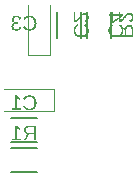
<source format=gbr>
G04 EAGLE Gerber RS-274X export*
G75*
%MOMM*%
%FSLAX34Y34*%
%LPD*%
%INSilkscreen Bottom*%
%IPPOS*%
%AMOC8*
5,1,8,0,0,1.08239X$1,22.5*%
G01*
G04 Define Apertures*
%ADD10C,0.127000*%
%ADD11C,0.120000*%
G36*
X131995Y270654D02*
X132438Y270690D01*
X132865Y270751D01*
X133276Y270836D01*
X133672Y270945D01*
X134052Y271078D01*
X134416Y271235D01*
X134764Y271417D01*
X135095Y271621D01*
X135405Y271846D01*
X135694Y272092D01*
X135964Y272359D01*
X136213Y272646D01*
X136442Y272954D01*
X136651Y273283D01*
X136840Y273633D01*
X137007Y274001D01*
X137152Y274386D01*
X137275Y274788D01*
X137375Y275206D01*
X137453Y275641D01*
X137509Y276092D01*
X137543Y276560D01*
X137554Y277044D01*
X137548Y277408D01*
X137529Y277762D01*
X137498Y278106D01*
X137454Y278440D01*
X137398Y278764D01*
X137330Y279078D01*
X137249Y279382D01*
X137155Y279676D01*
X137049Y279960D01*
X136931Y280234D01*
X136657Y280752D01*
X136333Y281231D01*
X135960Y281669D01*
X135542Y282061D01*
X135086Y282401D01*
X134844Y282551D01*
X134592Y282688D01*
X134330Y282812D01*
X134059Y282923D01*
X133778Y283022D01*
X133488Y283106D01*
X133188Y283178D01*
X132879Y283237D01*
X132560Y283283D01*
X132231Y283316D01*
X131893Y283335D01*
X131545Y283342D01*
X131063Y283330D01*
X130601Y283294D01*
X130159Y283233D01*
X129737Y283149D01*
X129335Y283041D01*
X128954Y282908D01*
X128593Y282752D01*
X128252Y282571D01*
X127932Y282367D01*
X127635Y282139D01*
X127359Y281888D01*
X127105Y281614D01*
X126873Y281317D01*
X126662Y280996D01*
X126474Y280652D01*
X126308Y280285D01*
X127893Y279759D01*
X128008Y280021D01*
X128140Y280266D01*
X128288Y280496D01*
X128453Y280710D01*
X128633Y280908D01*
X128830Y281090D01*
X129043Y281256D01*
X129273Y281406D01*
X129516Y281540D01*
X129770Y281655D01*
X130035Y281753D01*
X130312Y281833D01*
X130599Y281895D01*
X130898Y281940D01*
X131207Y281966D01*
X131528Y281975D01*
X132026Y281955D01*
X132496Y281893D01*
X132937Y281790D01*
X133350Y281646D01*
X133734Y281460D01*
X134090Y281234D01*
X134417Y280966D01*
X134716Y280657D01*
X134983Y280312D01*
X135214Y279937D01*
X135410Y279531D01*
X135570Y279095D01*
X135694Y278628D01*
X135783Y278131D01*
X135837Y277603D01*
X135855Y277044D01*
X135836Y276491D01*
X135780Y275966D01*
X135688Y275468D01*
X135558Y274998D01*
X135391Y274556D01*
X135187Y274142D01*
X134946Y273755D01*
X134668Y273396D01*
X134358Y273073D01*
X134022Y272793D01*
X133660Y272556D01*
X133272Y272362D01*
X132858Y272211D01*
X132417Y272103D01*
X131951Y272038D01*
X131458Y272017D01*
X131139Y272027D01*
X130830Y272057D01*
X130531Y272107D01*
X130242Y272177D01*
X129963Y272268D01*
X129694Y272378D01*
X129436Y272508D01*
X129187Y272658D01*
X128949Y272829D01*
X128720Y273019D01*
X128502Y273230D01*
X128293Y273460D01*
X128095Y273711D01*
X127907Y273982D01*
X127728Y274272D01*
X127560Y274583D01*
X126194Y273900D01*
X126394Y273513D01*
X126613Y273151D01*
X126852Y272812D01*
X127110Y272496D01*
X127388Y272205D01*
X127684Y271938D01*
X128000Y271694D01*
X128335Y271474D01*
X128687Y271279D01*
X129053Y271110D01*
X129432Y270967D01*
X129825Y270850D01*
X130232Y270759D01*
X130653Y270694D01*
X131088Y270655D01*
X131537Y270642D01*
X131995Y270654D01*
G37*
G36*
X124161Y272157D02*
X121016Y272157D01*
X121016Y281651D01*
X123802Y279663D01*
X123802Y281152D01*
X120885Y283158D01*
X119431Y283158D01*
X119431Y272157D01*
X116427Y272157D01*
X116427Y270817D01*
X124161Y270817D01*
X124161Y272157D01*
G37*
G36*
X175808Y332353D02*
X176162Y332371D01*
X176506Y332402D01*
X176840Y332446D01*
X177164Y332502D01*
X177478Y332570D01*
X177782Y332651D01*
X178076Y332745D01*
X178360Y332851D01*
X178634Y332969D01*
X179152Y333243D01*
X179631Y333567D01*
X180069Y333940D01*
X180461Y334358D01*
X180801Y334814D01*
X180951Y335056D01*
X181088Y335308D01*
X181212Y335570D01*
X181323Y335841D01*
X181422Y336122D01*
X181506Y336412D01*
X181578Y336712D01*
X181637Y337021D01*
X181683Y337340D01*
X181716Y337669D01*
X181735Y338007D01*
X181742Y338355D01*
X181730Y338837D01*
X181694Y339299D01*
X181633Y339742D01*
X181549Y340163D01*
X181441Y340565D01*
X181308Y340946D01*
X181152Y341307D01*
X180971Y341648D01*
X180767Y341968D01*
X180539Y342265D01*
X180288Y342541D01*
X180014Y342795D01*
X179717Y343027D01*
X179396Y343238D01*
X179052Y343426D01*
X178685Y343592D01*
X178159Y342007D01*
X178421Y341892D01*
X178666Y341760D01*
X178896Y341612D01*
X179110Y341448D01*
X179308Y341267D01*
X179490Y341070D01*
X179656Y340857D01*
X179806Y340627D01*
X179940Y340384D01*
X180055Y340130D01*
X180153Y339865D01*
X180233Y339589D01*
X180295Y339301D01*
X180340Y339003D01*
X180366Y338693D01*
X180375Y338372D01*
X180355Y337874D01*
X180293Y337404D01*
X180190Y336963D01*
X180046Y336550D01*
X179860Y336166D01*
X179634Y335810D01*
X179366Y335483D01*
X179057Y335184D01*
X178712Y334917D01*
X178337Y334686D01*
X177931Y334490D01*
X177495Y334330D01*
X177028Y334206D01*
X176531Y334117D01*
X176003Y334063D01*
X175444Y334045D01*
X174891Y334064D01*
X174366Y334120D01*
X173868Y334212D01*
X173398Y334342D01*
X172956Y334509D01*
X172542Y334713D01*
X172155Y334954D01*
X171796Y335232D01*
X171473Y335542D01*
X171193Y335878D01*
X170956Y336240D01*
X170762Y336628D01*
X170611Y337042D01*
X170503Y337483D01*
X170438Y337950D01*
X170417Y338442D01*
X170427Y338761D01*
X170457Y339070D01*
X170507Y339369D01*
X170577Y339658D01*
X170668Y339937D01*
X170778Y340206D01*
X170908Y340464D01*
X171058Y340713D01*
X171229Y340951D01*
X171419Y341180D01*
X171630Y341398D01*
X171860Y341607D01*
X172111Y341805D01*
X172382Y341993D01*
X172672Y342172D01*
X172983Y342340D01*
X172300Y343706D01*
X171913Y343506D01*
X171551Y343287D01*
X171212Y343048D01*
X170896Y342790D01*
X170605Y342512D01*
X170338Y342216D01*
X170094Y341900D01*
X169874Y341565D01*
X169679Y341213D01*
X169510Y340847D01*
X169367Y340468D01*
X169250Y340075D01*
X169159Y339668D01*
X169094Y339247D01*
X169055Y338812D01*
X169042Y338363D01*
X169054Y337905D01*
X169090Y337462D01*
X169151Y337035D01*
X169236Y336624D01*
X169345Y336228D01*
X169478Y335848D01*
X169635Y335484D01*
X169817Y335136D01*
X170021Y334806D01*
X170246Y334495D01*
X170492Y334206D01*
X170759Y333936D01*
X171046Y333687D01*
X171354Y333458D01*
X171683Y333249D01*
X172033Y333060D01*
X172401Y332893D01*
X172786Y332748D01*
X173188Y332625D01*
X173606Y332525D01*
X174041Y332447D01*
X174492Y332391D01*
X174960Y332357D01*
X175444Y332346D01*
X175808Y332353D01*
G37*
G36*
X170827Y345511D02*
X171294Y345771D01*
X171731Y346056D01*
X172138Y346365D01*
X172521Y346691D01*
X172885Y347026D01*
X173230Y347368D01*
X173557Y347719D01*
X174169Y348425D01*
X174735Y349124D01*
X175278Y349787D01*
X175821Y350381D01*
X176096Y350648D01*
X176377Y350888D01*
X176665Y351101D01*
X176960Y351288D01*
X177267Y351439D01*
X177595Y351547D01*
X177942Y351612D01*
X178308Y351634D01*
X178555Y351624D01*
X178788Y351597D01*
X179006Y351550D01*
X179210Y351485D01*
X179400Y351401D01*
X179576Y351299D01*
X179738Y351178D01*
X179885Y351038D01*
X180016Y350882D01*
X180130Y350711D01*
X180226Y350526D01*
X180305Y350327D01*
X180367Y350112D01*
X180410Y349884D01*
X180437Y349640D01*
X180445Y349383D01*
X180437Y349137D01*
X180411Y348901D01*
X180368Y348677D01*
X180309Y348464D01*
X180232Y348262D01*
X180138Y348071D01*
X180026Y347892D01*
X179898Y347723D01*
X179754Y347568D01*
X179597Y347430D01*
X179425Y347309D01*
X179240Y347205D01*
X179041Y347118D01*
X178828Y347047D01*
X178601Y346994D01*
X178361Y346957D01*
X178510Y345345D01*
X178870Y345403D01*
X179212Y345489D01*
X179535Y345604D01*
X179839Y345747D01*
X180124Y345918D01*
X180390Y346118D01*
X180637Y346346D01*
X180866Y346602D01*
X181071Y346882D01*
X181249Y347181D01*
X181400Y347500D01*
X181523Y347838D01*
X181619Y348195D01*
X181687Y348572D01*
X181728Y348968D01*
X181742Y349383D01*
X181728Y349836D01*
X181687Y350262D01*
X181618Y350661D01*
X181522Y351033D01*
X181398Y351378D01*
X181247Y351696D01*
X181068Y351987D01*
X180861Y352251D01*
X180630Y352486D01*
X180375Y352690D01*
X180097Y352862D01*
X179796Y353003D01*
X179472Y353113D01*
X179125Y353191D01*
X178754Y353238D01*
X178361Y353254D01*
X178002Y353234D01*
X177645Y353172D01*
X177289Y353069D01*
X176933Y352926D01*
X176579Y352741D01*
X176224Y352517D01*
X175869Y352253D01*
X175514Y351949D01*
X175111Y351551D01*
X174610Y351005D01*
X174012Y350312D01*
X173316Y349470D01*
X172914Y348992D01*
X172533Y348566D01*
X172172Y348191D01*
X171831Y347868D01*
X171504Y347591D01*
X171182Y347355D01*
X170867Y347161D01*
X170557Y347009D01*
X170557Y353447D01*
X169217Y353447D01*
X169217Y345275D01*
X170329Y345275D01*
X170827Y345511D01*
G37*
G36*
X131995Y338087D02*
X132438Y338123D01*
X132865Y338184D01*
X133276Y338269D01*
X133672Y338378D01*
X134052Y338511D01*
X134416Y338668D01*
X134764Y338850D01*
X135095Y339054D01*
X135405Y339279D01*
X135694Y339525D01*
X135964Y339792D01*
X136213Y340079D01*
X136442Y340387D01*
X136651Y340716D01*
X136840Y341066D01*
X137007Y341434D01*
X137152Y341819D01*
X137275Y342221D01*
X137375Y342639D01*
X137453Y343074D01*
X137509Y343525D01*
X137543Y343993D01*
X137554Y344477D01*
X137548Y344841D01*
X137529Y345195D01*
X137498Y345539D01*
X137454Y345873D01*
X137398Y346197D01*
X137330Y346511D01*
X137249Y346815D01*
X137155Y347109D01*
X137049Y347393D01*
X136931Y347667D01*
X136657Y348185D01*
X136333Y348664D01*
X135960Y349102D01*
X135542Y349494D01*
X135086Y349834D01*
X134844Y349984D01*
X134592Y350121D01*
X134330Y350245D01*
X134059Y350356D01*
X133778Y350455D01*
X133488Y350539D01*
X133188Y350611D01*
X132879Y350670D01*
X132560Y350716D01*
X132231Y350749D01*
X131893Y350768D01*
X131545Y350775D01*
X131063Y350763D01*
X130601Y350727D01*
X130159Y350666D01*
X129737Y350582D01*
X129335Y350474D01*
X128954Y350341D01*
X128593Y350185D01*
X128252Y350004D01*
X127932Y349800D01*
X127635Y349572D01*
X127359Y349321D01*
X127105Y349047D01*
X126873Y348750D01*
X126662Y348429D01*
X126474Y348085D01*
X126308Y347718D01*
X127893Y347192D01*
X128008Y347454D01*
X128140Y347699D01*
X128288Y347929D01*
X128453Y348143D01*
X128633Y348341D01*
X128830Y348523D01*
X129043Y348689D01*
X129273Y348839D01*
X129516Y348973D01*
X129770Y349088D01*
X130035Y349186D01*
X130312Y349266D01*
X130599Y349328D01*
X130898Y349373D01*
X131207Y349399D01*
X131528Y349408D01*
X132026Y349388D01*
X132496Y349326D01*
X132937Y349223D01*
X133350Y349079D01*
X133734Y348893D01*
X134090Y348667D01*
X134417Y348399D01*
X134716Y348090D01*
X134983Y347745D01*
X135214Y347370D01*
X135410Y346964D01*
X135570Y346528D01*
X135694Y346061D01*
X135783Y345564D01*
X135837Y345036D01*
X135855Y344477D01*
X135836Y343924D01*
X135780Y343399D01*
X135688Y342901D01*
X135558Y342431D01*
X135391Y341989D01*
X135187Y341575D01*
X134946Y341188D01*
X134668Y340829D01*
X134358Y340506D01*
X134022Y340226D01*
X133660Y339989D01*
X133272Y339795D01*
X132858Y339644D01*
X132417Y339536D01*
X131951Y339471D01*
X131458Y339450D01*
X131139Y339460D01*
X130830Y339490D01*
X130531Y339540D01*
X130242Y339610D01*
X129963Y339701D01*
X129694Y339811D01*
X129436Y339941D01*
X129187Y340091D01*
X128949Y340262D01*
X128720Y340452D01*
X128502Y340663D01*
X128293Y340893D01*
X128095Y341144D01*
X127907Y341415D01*
X127728Y341705D01*
X127560Y342016D01*
X126194Y341333D01*
X126394Y340946D01*
X126613Y340584D01*
X126852Y340245D01*
X127110Y339929D01*
X127388Y339638D01*
X127684Y339371D01*
X128000Y339127D01*
X128335Y338907D01*
X128687Y338712D01*
X129053Y338543D01*
X129432Y338400D01*
X129825Y338283D01*
X130232Y338192D01*
X130653Y338127D01*
X131088Y338088D01*
X131537Y338075D01*
X131995Y338087D01*
G37*
G36*
X120983Y338088D02*
X121416Y338128D01*
X121825Y338194D01*
X122211Y338286D01*
X122573Y338405D01*
X122911Y338550D01*
X123226Y338722D01*
X123517Y338920D01*
X123782Y339144D01*
X124019Y339393D01*
X124227Y339668D01*
X124407Y339968D01*
X124559Y340293D01*
X124682Y340644D01*
X124777Y341019D01*
X124844Y341421D01*
X123215Y341569D01*
X123167Y341304D01*
X123104Y341056D01*
X123024Y340825D01*
X122929Y340612D01*
X122817Y340415D01*
X122689Y340235D01*
X122545Y340073D01*
X122385Y339927D01*
X122209Y339799D01*
X122017Y339688D01*
X121808Y339594D01*
X121584Y339517D01*
X121344Y339457D01*
X121087Y339414D01*
X120815Y339388D01*
X120526Y339380D01*
X120236Y339389D01*
X119962Y339417D01*
X119705Y339462D01*
X119463Y339527D01*
X119237Y339609D01*
X119027Y339710D01*
X118834Y339829D01*
X118656Y339967D01*
X118497Y340122D01*
X118359Y340296D01*
X118242Y340487D01*
X118147Y340696D01*
X118073Y340923D01*
X118020Y341167D01*
X117988Y341429D01*
X117977Y341710D01*
X117989Y341955D01*
X118026Y342186D01*
X118086Y342403D01*
X118171Y342606D01*
X118280Y342796D01*
X118413Y342972D01*
X118571Y343134D01*
X118752Y343282D01*
X118957Y343414D01*
X119183Y343529D01*
X119430Y343626D01*
X119699Y343705D01*
X119990Y343767D01*
X120302Y343811D01*
X120635Y343838D01*
X120990Y343847D01*
X121884Y343847D01*
X121884Y345213D01*
X121025Y345213D01*
X120710Y345222D01*
X120414Y345248D01*
X120135Y345292D01*
X119875Y345354D01*
X119632Y345434D01*
X119408Y345531D01*
X119203Y345646D01*
X119015Y345778D01*
X118848Y345926D01*
X118703Y346088D01*
X118580Y346263D01*
X118480Y346451D01*
X118402Y346653D01*
X118346Y346869D01*
X118312Y347099D01*
X118301Y347341D01*
X118310Y347582D01*
X118338Y347810D01*
X118383Y348025D01*
X118447Y348227D01*
X118529Y348416D01*
X118629Y348592D01*
X118747Y348755D01*
X118884Y348905D01*
X119038Y349039D01*
X119210Y349156D01*
X119400Y349254D01*
X119607Y349335D01*
X119832Y349398D01*
X120075Y349443D01*
X120336Y349469D01*
X120614Y349478D01*
X120868Y349470D01*
X121110Y349445D01*
X121339Y349403D01*
X121556Y349345D01*
X121761Y349270D01*
X121953Y349178D01*
X122132Y349069D01*
X122300Y348944D01*
X122452Y348804D01*
X122588Y348650D01*
X122707Y348482D01*
X122809Y348300D01*
X122894Y348105D01*
X122962Y347896D01*
X123014Y347674D01*
X123048Y347438D01*
X124634Y347560D01*
X124576Y347929D01*
X124490Y348276D01*
X124375Y348603D01*
X124232Y348909D01*
X124061Y349194D01*
X123861Y349459D01*
X123633Y349702D01*
X123377Y349925D01*
X123097Y350124D01*
X122797Y350297D01*
X122479Y350443D01*
X122141Y350562D01*
X121784Y350655D01*
X121407Y350722D01*
X121011Y350761D01*
X120596Y350775D01*
X120145Y350761D01*
X119719Y350721D01*
X119320Y350653D01*
X118946Y350559D01*
X118598Y350438D01*
X118276Y350289D01*
X117980Y350114D01*
X117710Y349912D01*
X117469Y349686D01*
X117260Y349438D01*
X117083Y349170D01*
X116938Y348880D01*
X116826Y348568D01*
X116745Y348236D01*
X116697Y347883D01*
X116681Y347508D01*
X116691Y347219D01*
X116722Y346944D01*
X116774Y346683D01*
X116846Y346436D01*
X116939Y346203D01*
X117053Y345983D01*
X117187Y345777D01*
X117342Y345585D01*
X117517Y345408D01*
X117710Y345245D01*
X117923Y345097D01*
X118154Y344965D01*
X118403Y344847D01*
X118672Y344744D01*
X118959Y344656D01*
X119265Y344582D01*
X119265Y344547D01*
X118928Y344500D01*
X118611Y344434D01*
X118313Y344347D01*
X118034Y344241D01*
X117774Y344115D01*
X117534Y343969D01*
X117312Y343804D01*
X117110Y343619D01*
X116930Y343418D01*
X116773Y343204D01*
X116640Y342978D01*
X116532Y342739D01*
X116448Y342487D01*
X116388Y342223D01*
X116351Y341946D01*
X116339Y341657D01*
X116356Y341242D01*
X116407Y340851D01*
X116492Y340485D01*
X116611Y340142D01*
X116764Y339823D01*
X116950Y339529D01*
X117171Y339258D01*
X117425Y339012D01*
X117711Y338792D01*
X118027Y338602D01*
X118371Y338441D01*
X118744Y338309D01*
X119146Y338207D01*
X119577Y338133D01*
X120037Y338090D01*
X120526Y338075D01*
X120983Y338088D01*
G37*
G36*
X210891Y350434D02*
X210891Y352089D01*
X202588Y352089D01*
X202588Y353823D01*
X201344Y353823D01*
X201344Y352089D01*
X198550Y352089D01*
X198550Y350600D01*
X201344Y350600D01*
X201344Y344785D01*
X202570Y344785D01*
X210891Y350434D01*
G37*
%LPC*%
G36*
X202588Y350600D02*
X209113Y350600D01*
X208649Y350355D01*
X208071Y350013D01*
X203411Y346852D01*
X202763Y346379D01*
X202588Y346238D01*
X202588Y350600D01*
G37*
%LPD*%
G36*
X205141Y332353D02*
X205495Y332371D01*
X205839Y332402D01*
X206173Y332446D01*
X206497Y332502D01*
X206811Y332570D01*
X207115Y332651D01*
X207409Y332745D01*
X207693Y332851D01*
X207967Y332969D01*
X208485Y333243D01*
X208964Y333567D01*
X209402Y333940D01*
X209794Y334358D01*
X210134Y334814D01*
X210284Y335056D01*
X210421Y335308D01*
X210545Y335570D01*
X210656Y335841D01*
X210755Y336122D01*
X210839Y336412D01*
X210911Y336712D01*
X210970Y337021D01*
X211016Y337340D01*
X211049Y337669D01*
X211068Y338007D01*
X211075Y338355D01*
X211063Y338837D01*
X211027Y339299D01*
X210966Y339742D01*
X210882Y340163D01*
X210774Y340565D01*
X210641Y340946D01*
X210485Y341307D01*
X210304Y341648D01*
X210100Y341968D01*
X209872Y342265D01*
X209621Y342541D01*
X209347Y342795D01*
X209050Y343027D01*
X208729Y343238D01*
X208385Y343426D01*
X208018Y343592D01*
X207492Y342007D01*
X207754Y341892D01*
X207999Y341760D01*
X208229Y341612D01*
X208443Y341448D01*
X208641Y341267D01*
X208823Y341070D01*
X208989Y340857D01*
X209139Y340627D01*
X209273Y340384D01*
X209388Y340130D01*
X209486Y339865D01*
X209566Y339589D01*
X209628Y339301D01*
X209673Y339003D01*
X209699Y338693D01*
X209708Y338372D01*
X209688Y337874D01*
X209626Y337404D01*
X209523Y336963D01*
X209379Y336550D01*
X209193Y336166D01*
X208967Y335810D01*
X208699Y335483D01*
X208390Y335184D01*
X208045Y334917D01*
X207670Y334686D01*
X207264Y334490D01*
X206828Y334330D01*
X206361Y334206D01*
X205864Y334117D01*
X205336Y334063D01*
X204777Y334045D01*
X204224Y334064D01*
X203699Y334120D01*
X203201Y334212D01*
X202731Y334342D01*
X202289Y334509D01*
X201875Y334713D01*
X201488Y334954D01*
X201129Y335232D01*
X200806Y335542D01*
X200526Y335878D01*
X200289Y336240D01*
X200095Y336628D01*
X199944Y337042D01*
X199836Y337483D01*
X199771Y337950D01*
X199750Y338442D01*
X199760Y338761D01*
X199790Y339070D01*
X199840Y339369D01*
X199910Y339658D01*
X200001Y339937D01*
X200111Y340206D01*
X200241Y340464D01*
X200391Y340713D01*
X200562Y340951D01*
X200752Y341180D01*
X200963Y341398D01*
X201193Y341607D01*
X201444Y341805D01*
X201715Y341993D01*
X202005Y342172D01*
X202316Y342340D01*
X201633Y343706D01*
X201246Y343506D01*
X200884Y343287D01*
X200545Y343048D01*
X200229Y342790D01*
X199938Y342512D01*
X199671Y342216D01*
X199427Y341900D01*
X199207Y341565D01*
X199012Y341213D01*
X198843Y340847D01*
X198700Y340468D01*
X198583Y340075D01*
X198492Y339668D01*
X198427Y339247D01*
X198388Y338812D01*
X198375Y338363D01*
X198387Y337905D01*
X198423Y337462D01*
X198484Y337035D01*
X198569Y336624D01*
X198678Y336228D01*
X198811Y335848D01*
X198968Y335484D01*
X199150Y335136D01*
X199354Y334806D01*
X199579Y334495D01*
X199825Y334206D01*
X200092Y333936D01*
X200379Y333687D01*
X200687Y333458D01*
X201016Y333249D01*
X201366Y333060D01*
X201734Y332893D01*
X202119Y332748D01*
X202521Y332625D01*
X202939Y332525D01*
X203374Y332447D01*
X203825Y332391D01*
X204293Y332357D01*
X204777Y332346D01*
X205141Y332353D01*
G37*
G36*
X131475Y250315D02*
X135320Y250315D01*
X135320Y245191D01*
X136993Y245191D01*
X136993Y257532D01*
X131186Y257532D01*
X130680Y257517D01*
X130203Y257473D01*
X129757Y257401D01*
X129339Y257299D01*
X128952Y257167D01*
X128594Y257007D01*
X128266Y256818D01*
X127968Y256599D01*
X127702Y256354D01*
X127471Y256087D01*
X127276Y255797D01*
X127117Y255483D01*
X126993Y255147D01*
X126904Y254788D01*
X126851Y254407D01*
X126833Y254002D01*
X126846Y253665D01*
X126883Y253342D01*
X126946Y253032D01*
X127034Y252736D01*
X127146Y252454D01*
X127284Y252186D01*
X127447Y251931D01*
X127635Y251690D01*
X127845Y251466D01*
X128073Y251265D01*
X128321Y251084D01*
X128432Y251018D01*
X128588Y250926D01*
X128874Y250789D01*
X129179Y250673D01*
X129503Y250580D01*
X129846Y250507D01*
X128355Y248244D01*
X126343Y245191D01*
X128270Y245191D01*
X131475Y250315D01*
G37*
%LPC*%
G36*
X131283Y251637D02*
X130961Y251647D01*
X130659Y251676D01*
X130375Y251724D01*
X130110Y251792D01*
X129864Y251878D01*
X129636Y251985D01*
X129428Y252110D01*
X129237Y252255D01*
X129068Y252417D01*
X128921Y252594D01*
X128797Y252787D01*
X128696Y252996D01*
X128617Y253220D01*
X128560Y253459D01*
X128526Y253714D01*
X128515Y253985D01*
X128526Y254246D01*
X128561Y254491D01*
X128618Y254721D01*
X128698Y254934D01*
X128801Y255131D01*
X128926Y255312D01*
X129075Y255478D01*
X129246Y255627D01*
X129439Y255759D01*
X129652Y255874D01*
X129885Y255971D01*
X130139Y256051D01*
X130412Y256112D01*
X130705Y256156D01*
X131019Y256183D01*
X131353Y256192D01*
X135320Y256192D01*
X135320Y251637D01*
X131283Y251637D01*
G37*
%LPD*%
G36*
X124161Y246531D02*
X121016Y246531D01*
X121016Y256025D01*
X123802Y254037D01*
X123802Y255526D01*
X120885Y257532D01*
X119431Y257532D01*
X119431Y246531D01*
X116427Y246531D01*
X116427Y245191D01*
X124161Y245191D01*
X124161Y246531D01*
G37*
G36*
X219432Y338714D02*
X219417Y339220D01*
X219373Y339697D01*
X219301Y340144D01*
X219199Y340561D01*
X219067Y340948D01*
X218907Y341306D01*
X218718Y341634D01*
X218499Y341933D01*
X218254Y342198D01*
X217987Y342429D01*
X217697Y342624D01*
X217383Y342783D01*
X217047Y342907D01*
X216688Y342996D01*
X216307Y343049D01*
X215902Y343067D01*
X215565Y343054D01*
X215242Y343017D01*
X214932Y342954D01*
X214636Y342866D01*
X214354Y342754D01*
X214086Y342616D01*
X213831Y342453D01*
X213590Y342265D01*
X213366Y342055D01*
X213165Y341827D01*
X212984Y341579D01*
X212918Y341468D01*
X212826Y341312D01*
X212689Y341026D01*
X212573Y340721D01*
X212480Y340397D01*
X212407Y340054D01*
X210144Y341545D01*
X207091Y343557D01*
X207091Y341630D01*
X212215Y338425D01*
X212215Y334580D01*
X207091Y334580D01*
X207091Y332907D01*
X219432Y332907D01*
X219432Y338714D01*
G37*
%LPC*%
G36*
X213537Y334580D02*
X213537Y338617D01*
X213547Y338939D01*
X213576Y339241D01*
X213624Y339525D01*
X213692Y339790D01*
X213778Y340036D01*
X213885Y340264D01*
X214010Y340473D01*
X214155Y340663D01*
X214317Y340832D01*
X214494Y340979D01*
X214687Y341103D01*
X214896Y341204D01*
X215120Y341284D01*
X215359Y341340D01*
X215614Y341374D01*
X215885Y341385D01*
X216146Y341374D01*
X216391Y341339D01*
X216621Y341282D01*
X216834Y341202D01*
X217031Y341099D01*
X217212Y340974D01*
X217378Y340825D01*
X217527Y340654D01*
X217659Y340461D01*
X217774Y340248D01*
X217871Y340015D01*
X217951Y339761D01*
X218012Y339488D01*
X218056Y339195D01*
X218083Y338881D01*
X218092Y338547D01*
X218092Y334580D01*
X213537Y334580D01*
G37*
%LPD*%
G36*
X208701Y345511D02*
X209168Y345771D01*
X209605Y346056D01*
X210012Y346365D01*
X210395Y346691D01*
X210759Y347026D01*
X211104Y347368D01*
X211431Y347719D01*
X212043Y348425D01*
X212609Y349124D01*
X213152Y349787D01*
X213695Y350381D01*
X213970Y350648D01*
X214251Y350888D01*
X214539Y351101D01*
X214834Y351288D01*
X215141Y351439D01*
X215469Y351547D01*
X215816Y351612D01*
X216182Y351634D01*
X216429Y351624D01*
X216662Y351597D01*
X216880Y351550D01*
X217084Y351485D01*
X217274Y351401D01*
X217450Y351299D01*
X217612Y351178D01*
X217759Y351038D01*
X217890Y350882D01*
X218004Y350711D01*
X218100Y350526D01*
X218179Y350327D01*
X218241Y350112D01*
X218284Y349884D01*
X218311Y349640D01*
X218319Y349383D01*
X218311Y349137D01*
X218285Y348901D01*
X218242Y348677D01*
X218183Y348464D01*
X218106Y348262D01*
X218012Y348071D01*
X217900Y347892D01*
X217772Y347723D01*
X217628Y347568D01*
X217471Y347430D01*
X217299Y347309D01*
X217114Y347205D01*
X216915Y347118D01*
X216702Y347047D01*
X216475Y346994D01*
X216235Y346957D01*
X216384Y345345D01*
X216744Y345403D01*
X217086Y345489D01*
X217409Y345604D01*
X217713Y345747D01*
X217998Y345918D01*
X218264Y346118D01*
X218511Y346346D01*
X218740Y346602D01*
X218945Y346882D01*
X219123Y347181D01*
X219274Y347500D01*
X219397Y347838D01*
X219493Y348195D01*
X219561Y348572D01*
X219602Y348968D01*
X219616Y349383D01*
X219602Y349836D01*
X219561Y350262D01*
X219492Y350661D01*
X219396Y351033D01*
X219272Y351378D01*
X219121Y351696D01*
X218942Y351987D01*
X218735Y352251D01*
X218504Y352486D01*
X218249Y352690D01*
X217971Y352862D01*
X217670Y353003D01*
X217346Y353113D01*
X216999Y353191D01*
X216628Y353238D01*
X216235Y353254D01*
X215876Y353234D01*
X215519Y353172D01*
X215163Y353069D01*
X214807Y352926D01*
X214453Y352741D01*
X214098Y352517D01*
X213743Y352253D01*
X213388Y351949D01*
X212985Y351551D01*
X212484Y351005D01*
X211886Y350312D01*
X211190Y349470D01*
X210788Y348992D01*
X210407Y348566D01*
X210046Y348191D01*
X209705Y347868D01*
X209378Y347591D01*
X209056Y347355D01*
X208741Y347161D01*
X208431Y347009D01*
X208431Y353447D01*
X207091Y353447D01*
X207091Y345275D01*
X208203Y345275D01*
X208701Y345511D01*
G37*
D10*
X116000Y264467D02*
X138000Y264467D01*
X138000Y243533D02*
X116000Y243533D01*
X175567Y331900D02*
X175567Y353900D01*
X154633Y353900D02*
X154633Y331900D01*
D11*
X152217Y288484D02*
X110000Y288484D01*
X152217Y288484D02*
X152217Y270316D01*
X110000Y270316D01*
X148784Y317683D02*
X148784Y359900D01*
X148784Y317683D02*
X130616Y317683D01*
X130616Y359900D01*
D10*
X137750Y238841D02*
X116250Y238841D01*
X116250Y218359D02*
X137750Y218359D01*
X200741Y332150D02*
X200741Y353650D01*
X180259Y353650D02*
X180259Y332150D01*
M02*

</source>
